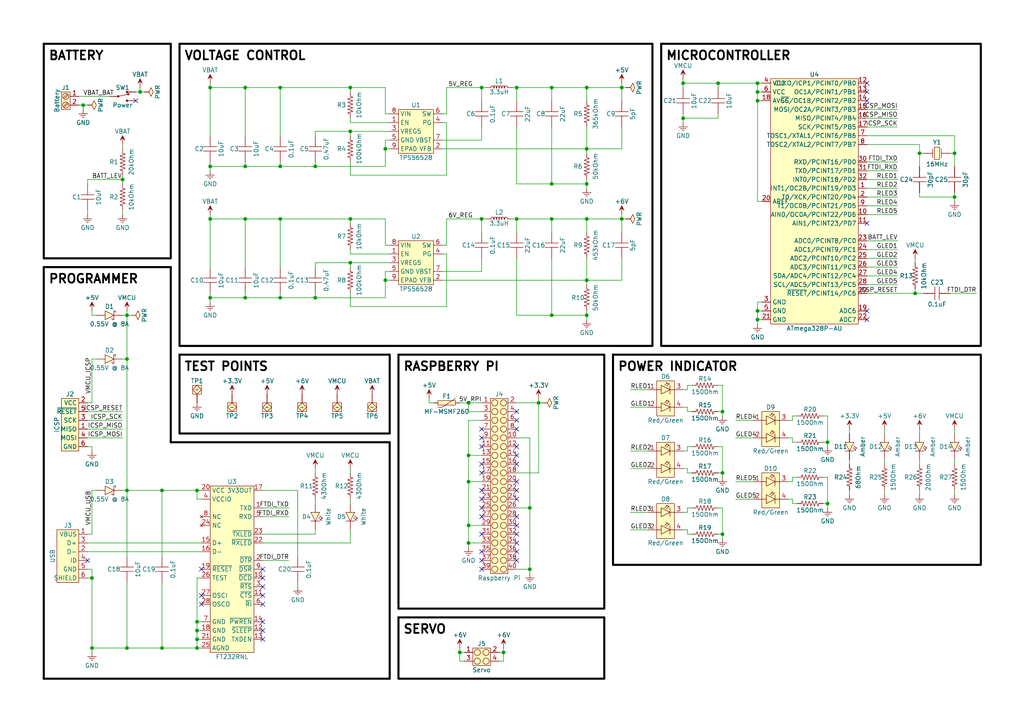
<source format=kicad_sch>
(kicad_sch (version 20230121) (generator eeschema)
  (paper "A4")
  (title_block (title "CARL Air Brake Power Supply") (date "8.12.2023") (rev "1") (company "Space Team Aachen e.V."))
  (junction (at 60.96 86.36))
  (junction (at 57.15 182.88))
  (junction (at 219.71 90.17))
  (junction (at 36.83 91.44))
  (junction (at 198.12 24.13))
  (junction (at 135.89 132.08))
  (junction (at 149.86 63.5))
  (junction (at 156.21 116.84))
  (junction (at 71.12 25.4))
  (junction (at 219.71 26.67))
  (junction (at 60.96 25.4))
  (junction (at 170.18 43.18))
  (junction (at 276.86 44.45))
  (junction (at 146.05 189.23))
  (junction (at 40.64 26.67))
  (junction (at 57.15 187.96))
  (junction (at 26.67 187.96))
  (junction (at 133.35 189.23))
  (junction (at 36.83 187.96))
  (junction (at 170.18 25.4))
  (junction (at 46.99 142.24))
  (junction (at 36.83 142.24))
  (junction (at 139.7 25.4))
  (junction (at 135.89 152.4))
  (junction (at 101.6 25.4))
  (junction (at 60.96 63.5))
  (junction (at 139.7 63.5))
  (junction (at 101.6 38.1))
  (junction (at 60.96 48.26))
  (junction (at 160.02 63.5))
  (junction (at 240.03 146.05))
  (junction (at 170.18 63.5))
  (junction (at 57.15 185.42))
  (junction (at 101.6 76.2))
  (junction (at 135.89 139.7))
  (junction (at 71.12 86.36))
  (junction (at 36.83 104.14))
  (junction (at 71.12 63.5))
  (junction (at 209.55 119.38))
  (junction (at 46.99 187.96))
  (junction (at 160.02 91.44))
  (junction (at 135.89 157.48))
  (junction (at 160.02 53.34))
  (junction (at 91.44 48.26))
  (junction (at 160.02 25.4))
  (junction (at 81.28 86.36))
  (junction (at 180.34 63.5))
  (junction (at 170.18 91.44))
  (junction (at 149.86 25.4))
  (junction (at 135.89 116.84))
  (junction (at 24.13 30.48))
  (junction (at 265.43 85.09))
  (junction (at 81.28 25.4))
  (junction (at 57.15 180.34))
  (junction (at 180.34 25.4))
  (junction (at 170.18 81.28))
  (junction (at 209.55 137.16))
  (junction (at 35.56 52.07))
  (junction (at 71.12 48.26))
  (junction (at 101.6 63.5))
  (junction (at 81.28 63.5))
  (junction (at 153.67 147.32))
  (junction (at 209.55 154.94))
  (junction (at 198.12 34.29))
  (junction (at 219.71 29.21))
  (junction (at 219.71 24.13))
  (junction (at 276.86 57.15))
  (junction (at 240.03 128.27))
  (junction (at 266.7 44.45))
  (junction (at 57.15 142.24))
  (junction (at 219.71 92.71))
  (junction (at 208.28 24.13))
  (junction (at 111.76 81.28))
  (junction (at 81.28 48.26))
  (junction (at 91.44 86.36))
  (junction (at 111.76 43.18))
  (junction (at 153.67 165.1))
  (junction (at 170.18 53.34))
  (junction (at 26.67 167.64))
  (no_connect (at 149.86 119.38))
  (no_connect (at 58.42 172.72))
  (no_connect (at 251.46 64.77))
  (no_connect (at 76.2 182.88))
  (no_connect (at 149.86 132.08))
  (no_connect (at 25.4 162.56))
  (no_connect (at 139.7 160.02))
  (no_connect (at 76.2 180.34))
  (no_connect (at 139.7 124.46))
  (no_connect (at 76.2 170.18))
  (no_connect (at 139.7 134.62))
  (no_connect (at 149.86 157.48))
  (no_connect (at 76.2 185.42))
  (no_connect (at 149.86 160.02))
  (no_connect (at 251.46 90.17))
  (no_connect (at 58.42 175.26))
  (no_connect (at 251.46 24.13))
  (no_connect (at 251.46 92.71))
  (no_connect (at 149.86 154.94))
  (no_connect (at 139.7 127))
  (no_connect (at 139.7 149.86))
  (no_connect (at 149.86 139.7))
  (no_connect (at 76.2 167.64))
  (no_connect (at 139.7 137.16))
  (no_connect (at 39.37 29.21))
  (no_connect (at 149.86 162.56))
  (no_connect (at 251.46 29.21))
  (no_connect (at 58.42 165.1))
  (no_connect (at 139.7 142.24))
  (no_connect (at 149.86 121.92))
  (no_connect (at 149.86 134.62))
  (no_connect (at 251.46 26.67))
  (no_connect (at 149.86 142.24))
  (no_connect (at 76.2 175.26))
  (no_connect (at 139.7 162.56))
  (no_connect (at 149.86 129.54))
  (no_connect (at 139.7 144.78))
  (no_connect (at 76.2 172.72))
  (no_connect (at 149.86 144.78))
  (no_connect (at 149.86 152.4))
  (no_connect (at 76.2 165.1))
  (no_connect (at 149.86 124.46))
  (no_connect (at 139.7 129.54))
  (no_connect (at 139.7 165.1))
  (no_connect (at 139.7 147.32))
  (no_connect (at 149.86 149.86))
  (no_connect (at 139.7 154.94))
  (wire (pts (xy 198.12 135.89) (xy 199.39 135.89)))
  (wire (pts (xy 213.36 144.78) (xy 218.44 144.78)))
  (polyline (pts (xy 49.53 77.47) (xy 49.53 128.27)) (stroke (width 0.6) (type solid) (color 0 0 0 1)))
  (wire (pts (xy 139.7 63.5) (xy 140.97 63.5)))
  (wire (pts (xy 251.46 46.99) (xy 260.35 46.99)))
  (wire (pts (xy 199.39 148.59) (xy 199.39 147.32)))
  (wire (pts (xy 198.12 25.4) (xy 198.12 24.13)))
  (wire (pts (xy 135.89 152.4) (xy 139.7 152.4)))
  (wire (pts (xy 199.39 118.11) (xy 199.39 119.38)))
  (wire (pts (xy 148.59 25.4) (xy 149.86 25.4)))
  (wire (pts (xy 60.96 86.36) (xy 60.96 85.09)))
  (wire (pts (xy 27.94 104.14) (xy 26.67 104.14)))
  (wire (pts (xy 208.28 129.54) (xy 209.55 129.54)))
  (wire (pts (xy 251.46 62.23) (xy 260.35 62.23)))
  (wire (pts (xy 238.76 138.43) (xy 240.03 138.43)))
  (wire (pts (xy 265.43 85.09) (xy 267.97 85.09)))
  (wire (pts (xy 170.18 81.28) (xy 170.18 82.55)))
  (polyline (pts (xy 12.7 77.47) (xy 49.53 77.47)) (stroke (width 0.6) (type solid) (color 0 0 0 1)))
  (wire (pts (xy 144.78 189.23) (xy 146.05 189.23)))
  (wire (pts (xy 266.7 57.15) (xy 276.86 57.15)))
  (wire (pts (xy 170.18 43.18) (xy 170.18 44.45)))
  (wire (pts (xy 139.7 40.64) (xy 139.7 36.83)))
  (wire (pts (xy 60.96 63.5) (xy 60.96 77.47)))
  (wire (pts (xy 81.28 25.4) (xy 71.12 25.4)))
  (wire (pts (xy 198.12 118.11) (xy 199.39 118.11)))
  (wire (pts (xy 246.38 133.35) (xy 246.38 134.62)))
  (wire (pts (xy 133.35 189.23) (xy 134.62 189.23)))
  (wire (pts (xy 46.99 187.96) (xy 57.15 187.96)))
  (wire (pts (xy 170.18 25.4) (xy 180.34 25.4)))
  (wire (pts (xy 139.7 25.4) (xy 140.97 25.4)))
  (wire (pts (xy 57.15 167.64) (xy 57.15 180.34)))
  (wire (pts (xy 35.56 52.07) (xy 35.56 53.34)))
  (wire (pts (xy 139.7 121.92) (xy 135.89 121.92)))
  (wire (pts (xy 111.76 81.28) (xy 113.03 81.28)))
  (wire (pts (xy 213.36 121.92) (xy 218.44 121.92)))
  (wire (pts (xy 219.71 29.21) (xy 220.98 29.21)))
  (wire (pts (xy 170.18 63.5) (xy 180.34 63.5)))
  (wire (pts (xy 111.76 33.02) (xy 113.03 33.02)))
  (wire (pts (xy 228.6 139.7) (xy 229.87 139.7)))
  (wire (pts (xy 153.67 165.1) (xy 153.67 166.37)))
  (wire (pts (xy 40.64 26.67) (xy 41.91 26.67)))
  (wire (pts (xy 91.44 154.94) (xy 91.44 153.67)))
  (wire (pts (xy 129.54 35.56) (xy 128.27 35.56)))
  (wire (pts (xy 57.15 182.88) (xy 57.15 185.42)))
  (wire (pts (xy 129.54 25.4) (xy 139.7 25.4)))
  (wire (pts (xy 133.35 187.96) (xy 133.35 189.23)))
  (wire (pts (xy 170.18 91.44) (xy 160.02 91.44)))
  (wire (pts (xy 91.44 48.26) (xy 81.28 48.26)))
  (wire (pts (xy 276.86 124.46) (xy 276.86 125.73)))
  (wire (pts (xy 36.83 168.91) (xy 36.83 187.96)))
  (wire (pts (xy 26.67 167.64) (xy 26.67 187.96)))
  (wire (pts (xy 91.44 76.2) (xy 91.44 77.47)))
  (wire (pts (xy 213.36 127) (xy 218.44 127)))
  (wire (pts (xy 266.7 55.88) (xy 266.7 57.15)))
  (wire (pts (xy 36.83 142.24) (xy 46.99 142.24)))
  (wire (pts (xy 26.67 129.54) (xy 26.67 130.81)))
  (wire (pts (xy 209.55 137.16) (xy 209.55 138.43)))
  (wire (pts (xy 213.36 139.7) (xy 218.44 139.7)))
  (wire (pts (xy 182.88 118.11) (xy 187.96 118.11)))
  (wire (pts (xy 251.46 77.47) (xy 260.35 77.47)))
  (wire (pts (xy 170.18 25.4) (xy 170.18 29.21)))
  (wire (pts (xy 26.67 187.96) (xy 36.83 187.96)))
  (wire (pts (xy 170.18 63.5) (xy 170.18 67.31)))
  (wire (pts (xy 199.39 147.32) (xy 200.66 147.32)))
  (wire (pts (xy 111.76 48.26) (xy 111.76 43.18)))
  (wire (pts (xy 229.87 128.27) (xy 231.14 128.27)))
  (wire (pts (xy 91.44 86.36) (xy 81.28 86.36)))
  (wire (pts (xy 135.89 132.08) (xy 135.89 139.7)))
  (wire (pts (xy 219.71 92.71) (xy 220.98 92.71)))
  (wire (pts (xy 101.6 38.1) (xy 91.44 38.1)))
  (wire (pts (xy 276.86 142.24) (xy 276.86 143.51)))
  (wire (pts (xy 153.67 147.32) (xy 153.67 165.1)))
  (wire (pts (xy 91.44 144.78) (xy 91.44 146.05)))
  (wire (pts (xy 101.6 157.48) (xy 101.6 153.67)))
  (wire (pts (xy 182.88 130.81) (xy 187.96 130.81)))
  (wire (pts (xy 240.03 138.43) (xy 240.03 146.05)))
  (wire (pts (xy 240.03 146.05) (xy 238.76 146.05)))
  (wire (pts (xy 60.96 48.26) (xy 60.96 46.99)))
  (wire (pts (xy 25.4 52.07) (xy 25.4 53.34)))
  (wire (pts (xy 101.6 50.8) (xy 129.54 50.8)))
  (wire (pts (xy 128.27 40.64) (xy 139.7 40.64)))
  (wire (pts (xy 182.88 113.03) (xy 187.96 113.03)))
  (wire (pts (xy 26.67 116.84) (xy 25.4 116.84)))
  (wire (pts (xy 35.56 60.96) (xy 35.56 62.23)))
  (wire (pts (xy 276.86 133.35) (xy 276.86 134.62)))
  (wire (pts (xy 128.27 71.12) (xy 129.54 71.12)))
  (wire (pts (xy 57.15 142.24) (xy 58.42 142.24)))
  (wire (pts (xy 251.46 69.85) (xy 260.35 69.85)))
  (wire (pts (xy 60.96 48.26) (xy 60.96 49.53)))
  (wire (pts (xy 246.38 142.24) (xy 246.38 143.51)))
  (wire (pts (xy 133.35 116.84) (xy 135.89 116.84)))
  (wire (pts (xy 265.43 74.93) (xy 265.43 76.2)))
  (wire (pts (xy 139.7 78.74) (xy 139.7 74.93)))
  (wire (pts (xy 135.89 157.48) (xy 139.7 157.48)))
  (wire (pts (xy 160.02 63.5) (xy 160.02 67.31)))
  (wire (pts (xy 251.46 49.53) (xy 260.35 49.53)))
  (wire (pts (xy 129.54 71.12) (xy 129.54 63.5)))
  (wire (pts (xy 35.56 50.8) (xy 35.56 52.07)))
  (wire (pts (xy 139.7 116.84) (xy 135.89 116.84)))
  (wire (pts (xy 25.4 121.92) (xy 35.56 121.92)))
  (wire (pts (xy 86.36 142.24) (xy 86.36 161.29)))
  (wire (pts (xy 180.34 36.83) (xy 180.34 43.18)))
  (polyline (pts (xy 113.03 128.27) (xy 113.03 196.85)) (stroke (width 0.6) (type solid) (color 0 0 0 1)))
  (wire (pts (xy 266.7 124.46) (xy 266.7 125.73)))
  (wire (pts (xy 60.96 86.36) (xy 60.96 87.63)))
  (wire (pts (xy 22.86 30.48) (xy 24.13 30.48)))
  (wire (pts (xy 76.2 149.86) (xy 83.82 149.86)))
  (wire (pts (xy 160.02 25.4) (xy 170.18 25.4)))
  (wire (pts (xy 219.71 58.42) (xy 220.98 58.42)))
  (wire (pts (xy 251.46 85.09) (xy 265.43 85.09)))
  (wire (pts (xy 219.71 24.13) (xy 219.71 26.67)))
  (wire (pts (xy 26.67 187.96) (xy 26.67 189.23)))
  (wire (pts (xy 57.15 185.42) (xy 57.15 187.96)))
  (wire (pts (xy 199.39 113.03) (xy 199.39 111.76)))
  (wire (pts (xy 58.42 180.34) (xy 57.15 180.34)))
  (wire (pts (xy 276.86 44.45) (xy 276.86 48.26)))
  (wire (pts (xy 124.46 115.57) (xy 124.46 116.84)))
  (wire (pts (xy 101.6 38.1) (xy 101.6 39.37)))
  (wire (pts (xy 199.39 111.76) (xy 200.66 111.76)))
  (wire (pts (xy 182.88 153.67) (xy 187.96 153.67)))
  (wire (pts (xy 156.21 115.57) (xy 156.21 116.84)))
  (wire (pts (xy 170.18 52.07) (xy 170.18 53.34)))
  (wire (pts (xy 25.4 60.96) (xy 25.4 62.23)))
  (wire (pts (xy 81.28 85.09) (xy 81.28 86.36)))
  (wire (pts (xy 208.28 147.32) (xy 209.55 147.32)))
  (wire (pts (xy 71.12 63.5) (xy 71.12 77.47)))
  (wire (pts (xy 135.89 139.7) (xy 135.89 152.4)))
  (wire (pts (xy 36.83 142.24) (xy 36.83 161.29)))
  (wire (pts (xy 170.18 36.83) (xy 170.18 43.18)))
  (wire (pts (xy 25.4 129.54) (xy 26.67 129.54)))
  (wire (pts (xy 180.34 62.23) (xy 180.34 63.5)))
  (wire (pts (xy 133.35 189.23) (xy 133.35 191.77)))
  (wire (pts (xy 160.02 53.34) (xy 149.86 53.34)))
  (wire (pts (xy 26.67 142.24) (xy 26.67 154.94)))
  (wire (pts (xy 146.05 187.96) (xy 146.05 189.23)))
  (wire (pts (xy 57.15 185.42) (xy 58.42 185.42)))
  (wire (pts (xy 71.12 85.09) (xy 71.12 86.36)))
  (wire (pts (xy 238.76 120.65) (xy 240.03 120.65)))
  (wire (pts (xy 36.83 104.14) (xy 36.83 142.24)))
  (wire (pts (xy 135.89 116.84) (xy 135.89 119.38)))
  (wire (pts (xy 46.99 142.24) (xy 46.99 161.29)))
  (wire (pts (xy 180.34 63.5) (xy 181.61 63.5)))
  (wire (pts (xy 58.42 167.64) (xy 57.15 167.64)))
  (wire (pts (xy 251.46 54.61) (xy 260.35 54.61)))
  (wire (pts (xy 170.18 91.44) (xy 170.18 92.71)))
  (wire (pts (xy 25.4 157.48) (xy 58.42 157.48)))
  (wire (pts (xy 81.28 63.5) (xy 81.28 77.47)))
  (wire (pts (xy 39.37 26.67) (xy 40.64 26.67)))
  (wire (pts (xy 36.83 91.44) (xy 36.83 104.14)))
  (wire (pts (xy 170.18 74.93) (xy 170.18 81.28)))
  (wire (pts (xy 71.12 86.36) (xy 60.96 86.36)))
  (wire (pts (xy 101.6 34.29) (xy 101.6 35.56)))
  (wire (pts (xy 208.28 24.13) (xy 219.71 24.13)))
  (wire (pts (xy 26.67 90.17) (xy 26.67 91.44)))
  (wire (pts (xy 101.6 76.2) (xy 91.44 76.2)))
  (wire (pts (xy 228.6 121.92) (xy 229.87 121.92)))
  (wire (pts (xy 25.4 160.02) (xy 58.42 160.02)))
  (wire (pts (xy 219.71 26.67) (xy 220.98 26.67)))
  (wire (pts (xy 76.2 162.56) (xy 83.82 162.56)))
  (wire (pts (xy 111.76 78.74) (xy 111.76 81.28)))
  (polyline (pts (xy 113.03 196.85) (xy 12.7 196.85)) (stroke (width 0.6) (type solid) (color 0 0 0 1)))
  (wire (pts (xy 265.43 83.82) (xy 265.43 85.09)))
  (wire (pts (xy 57.15 187.96) (xy 58.42 187.96)))
  (wire (pts (xy 101.6 88.9) (xy 129.54 88.9)))
  (wire (pts (xy 208.28 24.13) (xy 208.28 25.4)))
  (wire (pts (xy 91.44 85.09) (xy 91.44 86.36)))
  (wire (pts (xy 256.54 124.46) (xy 256.54 125.73)))
  (wire (pts (xy 101.6 25.4) (xy 101.6 26.67)))
  (wire (pts (xy 209.55 129.54) (xy 209.55 137.16)))
  (wire (pts (xy 71.12 48.26) (xy 60.96 48.26)))
  (wire (pts (xy 149.86 116.84) (xy 156.21 116.84)))
  (wire (pts (xy 251.46 31.75) (xy 260.35 31.75)))
  (wire (pts (xy 71.12 63.5) (xy 60.96 63.5)))
  (wire (pts (xy 139.7 63.5) (xy 139.7 67.31)))
  (wire (pts (xy 40.64 25.4) (xy 40.64 26.67)))
  (wire (pts (xy 228.6 144.78) (xy 229.87 144.78)))
  (wire (pts (xy 198.12 34.29) (xy 208.28 34.29)))
  (wire (pts (xy 220.98 24.13) (xy 219.71 24.13)))
  (wire (pts (xy 26.67 167.64) (xy 25.4 167.64)))
  (wire (pts (xy 71.12 46.99) (xy 71.12 48.26)))
  (wire (pts (xy 149.86 63.5) (xy 149.86 67.31)))
  (wire (pts (xy 146.05 189.23) (xy 146.05 191.77)))
  (wire (pts (xy 57.15 180.34) (xy 57.15 182.88)))
  (wire (pts (xy 198.12 113.03) (xy 199.39 113.03)))
  (wire (pts (xy 153.67 165.1) (xy 149.86 165.1)))
  (wire (pts (xy 25.4 165.1) (xy 26.67 165.1)))
  (wire (pts (xy 35.56 41.91) (xy 35.56 43.18)))
  (wire (pts (xy 219.71 29.21) (xy 219.71 58.42)))
  (wire (pts (xy 240.03 128.27) (xy 240.03 129.54)))
  (wire (pts (xy 170.18 81.28) (xy 128.27 81.28)))
  (polyline (pts (xy 12.7 77.47) (xy 12.7 196.85)) (stroke (width 0.6) (type solid) (color 0 0 0 1)))
  (wire (pts (xy 170.18 90.17) (xy 170.18 91.44)))
  (wire (pts (xy 36.83 90.17) (xy 36.83 91.44)))
  (wire (pts (xy 160.02 91.44) (xy 149.86 91.44)))
  (wire (pts (xy 76.2 157.48) (xy 101.6 157.48)))
  (wire (pts (xy 198.12 24.13) (xy 208.28 24.13)))
  (wire (pts (xy 101.6 25.4) (xy 81.28 25.4)))
  (wire (pts (xy 229.87 139.7) (xy 229.87 138.43)))
  (wire (pts (xy 219.71 90.17) (xy 220.98 90.17)))
  (wire (pts (xy 251.46 36.83) (xy 260.35 36.83)))
  (wire (pts (xy 57.15 144.78) (xy 57.15 142.24)))
  (wire (pts (xy 101.6 63.5) (xy 101.6 64.77)))
  (wire (pts (xy 111.76 63.5) (xy 111.76 71.12)))
  (wire (pts (xy 156.21 116.84) (xy 157.48 116.84)))
  (wire (pts (xy 209.55 119.38) (xy 208.28 119.38)))
  (wire (pts (xy 71.12 25.4) (xy 71.12 39.37)))
  (wire (pts (xy 251.46 57.15) (xy 260.35 57.15)))
  (wire (pts (xy 276.86 57.15) (xy 276.86 58.42)))
  (wire (pts (xy 219.71 90.17) (xy 219.71 87.63)))
  (wire (pts (xy 111.76 25.4) (xy 101.6 25.4)))
  (wire (pts (xy 198.12 34.29) (xy 198.12 35.56)))
  (wire (pts (xy 251.46 39.37) (xy 276.86 39.37)))
  (wire (pts (xy 153.67 127) (xy 153.67 147.32)))
  (wire (pts (xy 113.03 76.2) (xy 101.6 76.2)))
  (polyline (pts (xy 49.53 128.27) (xy 113.03 128.27)) (stroke (width 0.6) (type solid) (color 0 0 0 1)))
  (wire (pts (xy 26.67 91.44) (xy 27.94 91.44)))
  (wire (pts (xy 111.76 25.4) (xy 111.76 33.02)))
  (wire (pts (xy 240.03 128.27) (xy 238.76 128.27)))
  (wire (pts (xy 146.05 191.77) (xy 144.78 191.77)))
  (wire (pts (xy 160.02 25.4) (xy 160.02 29.21)))
  (wire (pts (xy 240.03 120.65) (xy 240.03 128.27)))
  (wire (pts (xy 180.34 43.18) (xy 170.18 43.18)))
  (wire (pts (xy 26.67 165.1) (xy 26.67 167.64)))
  (wire (pts (xy 209.55 137.16) (xy 208.28 137.16)))
  (wire (pts (xy 149.86 91.44) (xy 149.86 74.93)))
  (wire (pts (xy 111.76 43.18) (xy 113.03 43.18)))
  (wire (pts (xy 266.7 41.91) (xy 266.7 44.45)))
  (wire (pts (xy 251.46 74.93) (xy 260.35 74.93)))
  (wire (pts (xy 219.71 26.67) (xy 219.71 29.21)))
  (wire (pts (xy 180.34 24.13) (xy 180.34 25.4)))
  (wire (pts (xy 135.89 121.92) (xy 135.89 132.08)))
  (wire (pts (xy 229.87 127) (xy 229.87 128.27)))
  (wire (pts (xy 160.02 74.93) (xy 160.02 91.44)))
  (wire (pts (xy 26.67 104.14) (xy 26.67 116.84)))
  (wire (pts (xy 149.86 25.4) (xy 149.86 29.21)))
  (wire (pts (xy 156.21 137.16) (xy 149.86 137.16)))
  (wire (pts (xy 199.39 129.54) (xy 200.66 129.54)))
  (wire (pts (xy 180.34 25.4) (xy 180.34 29.21)))
  (wire (pts (xy 229.87 138.43) (xy 231.14 138.43)))
  (wire (pts (xy 76.2 147.32) (xy 83.82 147.32)))
  (wire (pts (xy 209.55 119.38) (xy 209.55 120.65)))
  (wire (pts (xy 135.89 139.7) (xy 139.7 139.7)))
  (wire (pts (xy 135.89 152.4) (xy 135.89 157.48)))
  (wire (pts (xy 133.35 191.77) (xy 134.62 191.77)))
  (wire (pts (xy 256.54 142.24) (xy 256.54 143.51)))
  (wire (pts (xy 111.76 86.36) (xy 111.76 81.28)))
  (wire (pts (xy 266.7 142.24) (xy 266.7 143.51)))
  (wire (pts (xy 81.28 86.36) (xy 71.12 86.36)))
  (wire (pts (xy 128.27 78.74) (xy 139.7 78.74)))
  (wire (pts (xy 275.59 44.45) (xy 276.86 44.45)))
  (wire (pts (xy 81.28 63.5) (xy 71.12 63.5)))
  (wire (pts (xy 135.89 132.08) (xy 139.7 132.08)))
  (wire (pts (xy 24.13 30.48) (xy 24.13 31.75)))
  (wire (pts (xy 101.6 144.78) (xy 101.6 146.05)))
  (wire (pts (xy 229.87 120.65) (xy 231.14 120.65)))
  (wire (pts (xy 101.6 35.56) (xy 113.03 35.56)))
  (wire (pts (xy 58.42 144.78) (xy 57.15 144.78)))
  (wire (pts (xy 24.13 30.48) (xy 25.4 30.48)))
  (wire (pts (xy 60.96 24.13) (xy 60.96 25.4)))
  (wire (pts (xy 219.71 92.71) (xy 219.71 90.17)))
  (wire (pts (xy 153.67 147.32) (xy 149.86 147.32)))
  (wire (pts (xy 229.87 121.92) (xy 229.87 120.65)))
  (wire (pts (xy 76.2 154.94) (xy 91.44 154.94)))
  (wire (pts (xy 170.18 43.18) (xy 128.27 43.18)))
  (wire (pts (xy 101.6 73.66) (xy 113.03 73.66)))
  (wire (pts (xy 36.83 187.96) (xy 46.99 187.96)))
  (wire (pts (xy 198.12 130.81) (xy 199.39 130.81)))
  (wire (pts (xy 160.02 63.5) (xy 170.18 63.5)))
  (wire (pts (xy 111.76 71.12) (xy 113.03 71.12)))
  (wire (pts (xy 129.54 50.8) (xy 129.54 35.56)))
  (wire (pts (xy 180.34 81.28) (xy 170.18 81.28)))
  (wire (pts (xy 25.4 127) (xy 35.56 127)))
  (wire (pts (xy 156.21 116.84) (xy 156.21 137.16)))
  (wire (pts (xy 276.86 39.37) (xy 276.86 44.45)))
  (wire (pts (xy 180.34 63.5) (xy 180.34 67.31)))
  (wire (pts (xy 101.6 63.5) (xy 81.28 63.5)))
  (wire (pts (xy 27.94 142.24) (xy 26.67 142.24)))
  (wire (pts (xy 101.6 46.99) (xy 101.6 50.8)))
  (wire (pts (xy 26.67 154.94) (xy 25.4 154.94)))
  (wire (pts (xy 124.46 116.84) (xy 125.73 116.84)))
  (wire (pts (xy 46.99 168.91) (xy 46.99 187.96)))
  (wire (pts (xy 198.12 33.02) (xy 198.12 34.29)))
  (wire (pts (xy 36.83 104.14) (xy 35.56 104.14)))
  (wire (pts (xy 111.76 63.5) (xy 101.6 63.5)))
  (wire (pts (xy 71.12 25.4) (xy 60.96 25.4)))
  (wire (pts (xy 275.59 85.09) (xy 283.21 85.09)))
  (wire (pts (xy 81.28 48.26) (xy 71.12 48.26)))
  (wire (pts (xy 149.86 63.5) (xy 160.02 63.5)))
  (wire (pts (xy 276.86 57.15) (xy 276.86 55.88)))
  (wire (pts (xy 266.7 44.45) (xy 266.7 48.26)))
  (wire (pts (xy 149.86 53.34) (xy 149.86 36.83)))
  (wire (pts (xy 209.55 147.32) (xy 209.55 154.94)))
  (wire (pts (xy 198.12 153.67) (xy 199.39 153.67)))
  (wire (pts (xy 60.96 62.23) (xy 60.96 63.5)))
  (wire (pts (xy 139.7 25.4) (xy 139.7 29.21)))
  (wire (pts (xy 251.46 72.39) (xy 260.35 72.39)))
  (wire (pts (xy 251.46 41.91) (xy 266.7 41.91)))
  (wire (pts (xy 256.54 133.35) (xy 256.54 134.62)))
  (wire (pts (xy 86.36 168.91) (xy 86.36 170.18)))
  (wire (pts (xy 198.12 148.59) (xy 199.39 148.59)))
  (wire (pts (xy 199.39 137.16) (xy 200.66 137.16)))
  (wire (pts (xy 180.34 74.93) (xy 180.34 81.28)))
  (wire (pts (xy 180.34 25.4) (xy 181.61 25.4)))
  (wire (pts (xy 209.55 154.94) (xy 209.55 156.21)))
  (wire (pts (xy 198.12 22.86) (xy 198.12 24.13)))
  (wire (pts (xy 266.7 133.35) (xy 266.7 134.62)))
  (wire (pts (xy 101.6 135.89) (xy 101.6 137.16)))
  (wire (pts (xy 101.6 85.09) (xy 101.6 88.9)))
  (wire (pts (xy 101.6 76.2) (xy 101.6 77.47)))
  (wire (pts (xy 129.54 63.5) (xy 139.7 63.5)))
  (wire (pts (xy 60.96 25.4) (xy 60.96 39.37)))
  (wire (pts (xy 113.03 40.64) (xy 111.76 40.64)))
  (wire (pts (xy 251.46 80.01) (xy 260.35 80.01)))
  (wire (pts (xy 35.56 91.44) (xy 36.83 91.44)))
  (wire (pts (xy 36.83 142.24) (xy 35.56 142.24)))
  (wire (pts (xy 251.46 59.69) (xy 260.35 59.69)))
  (wire (pts (xy 208.28 111.76) (xy 209.55 111.76)))
  (wire (pts (xy 25.4 119.38) (xy 35.56 119.38)))
  (wire (pts (xy 170.18 53.34) (xy 160.02 53.34)))
  (wire (pts (xy 129.54 33.02) (xy 129.54 25.4)))
  (wire (pts (xy 229.87 144.78) (xy 229.87 146.05)))
  (wire (pts (xy 208.28 34.29) (xy 208.28 33.02)))
  (wire (pts (xy 35.56 52.07) (xy 25.4 52.07)))
  (wire (pts (xy 113.03 78.74) (xy 111.76 78.74)))
  (wire (pts (xy 25.4 124.46) (xy 35.56 124.46)))
  (wire (pts (xy 135.89 119.38) (xy 139.7 119.38)))
  (wire (pts (xy 22.86 27.94) (xy 31.75 27.94)))
  (wire (pts (xy 209.55 111.76) (xy 209.55 119.38)))
  (wire (pts (xy 149.86 25.4) (xy 160.02 25.4)))
  (wire (pts (xy 129.54 88.9) (xy 129.54 73.66)))
  (wire (pts (xy 219.71 87.63) (xy 220.98 87.63)))
  (wire (pts (xy 251.46 82.55) (xy 260.35 82.55)))
  (wire (pts (xy 182.88 135.89) (xy 187.96 135.89)))
  (wire (pts (xy 101.6 72.39) (xy 101.6 73.66)))
  (wire (pts (xy 199.39 119.38) (xy 200.66 119.38)))
  (wire (pts (xy 91.44 46.99) (xy 91.44 48.26)))
  (wire (pts (xy 149.86 127) (xy 153.67 127)))
  (wire (pts (xy 46.99 142.24) (xy 57.15 142.24)))
  (wire (pts (xy 209.55 154.94) (xy 208.28 154.94)))
  (wire (pts (xy 160.02 36.83) (xy 160.02 53.34)))
  (wire (pts (xy 246.38 124.46) (xy 246.38 125.73)))
  (wire (pts (xy 129.54 73.66) (xy 128.27 73.66)))
  (wire (pts (xy 251.46 34.29) (xy 260.35 34.29)))
  (wire (pts (xy 91.44 48.26) (xy 111.76 48.26)))
  (wire (pts (xy 135.89 157.48) (xy 135.89 158.75)))
  (wire (pts (xy 229.87 146.05) (xy 231.14 146.05)))
  (wire (pts (xy 148.59 63.5) (xy 149.86 63.5)))
  (wire (pts (xy 240.03 146.05) (xy 240.03 147.32)))
  (wire (pts (xy 36.83 91.44) (xy 38.1 91.44)))
  (wire (pts (xy 199.39 135.89) (xy 199.39 137.16)))
  (wire (pts (xy 182.88 148.59) (xy 187.96 148.59)))
  (wire (pts (xy 170.18 53.34) (xy 170.18 54.61)))
  (wire (pts (xy 251.46 52.07) (xy 260.35 52.07)))
  (wire (pts (xy 113.03 38.1) (xy 101.6 38.1)))
  (wire (pts (xy 111.76 40.64) (xy 111.76 43.18)))
  (wire (pts (xy 76.2 142.24) (xy 86.36 142.24)))
  (wire (pts (xy 81.28 25.4) (xy 81.28 39.37)))
  (wire (pts (xy 57.15 182.88) (xy 58.42 182.88)))
  (wire (pts (xy 91.44 86.36) (xy 111.76 86.36)))
  (wire (pts (xy 199.39 130.81) (xy 199.39 129.54)))
  (wire (pts (xy 91.44 38.1) (xy 91.44 39.37)))
  (wire (pts (xy 128.27 33.02) (xy 129.54 33.02)))
  (wire (pts (xy 219.71 93.98) (xy 219.71 92.71)))
  (wire (pts (xy 199.39 153.67) (xy 199.39 154.94)))
  (wire (pts (xy 81.28 46.99) (xy 81.28 48.26)))
  (wire (pts (xy 91.44 135.89) (xy 91.44 137.16)))
  (wire (pts (xy 266.7 44.45) (xy 267.97 44.45)))
  (wire (pts (xy 228.6 127) (xy 229.87 127)))
  (wire (pts (xy 199.39 154.94) (xy 200.66 154.94)))
  (rectangle (start 115.57 179.07) (end 175.26 196.85) (stroke (width 0.6) (color 0 0 0 1)))
  (rectangle (start 12.7 12.7) (end 49.53 74.93) (stroke (width 0.6) (color 0 0 0 1)))
  (rectangle (start 52.07 102.87) (end 113.03 125.73) (stroke (width 0.6) (color 0 0 0 1)))
  (rectangle (start 177.8 102.87) (end 284.48 163.83) (stroke (width 0.6) (color 0 0 0 1)))
  (rectangle (start 52.07 12.7) (end 189.23 100.33) (stroke (width 0.6) (color 0 0 0 1)))
  (rectangle (start 191.77 12.7) (end 284.48 100.33) (stroke (width 0.6) (color 0 0 0 1)))
  (rectangle (start 115.57 102.87) (end 175.26 176.53) (stroke (width 0.6) (color 0 0 0 1)))
  (text "BATTERY" (at 13.97 17.78 0) (effects (font (size 2.54 2.54) (thickness 0.508) bold) (justify left bottom)))
  (text "MICROCONTROLLER" (at 193.04 17.78 0) (effects (font (size 2.54 2.54) (thickness 0.508) bold) (justify left bottom)))
  (text "TEST POINTS" (at 53.34 107.95 0) (effects (font (size 2.54 2.54) (thickness 0.508) bold) (justify left bottom)))
  (text "RASPBERRY PI" (at 116.84 107.95 0) (effects (font (size 2.54 2.54) (thickness 0.508) bold) (justify left bottom)))
  (text "PROGRAMMER" (at 13.97 82.55 0) (effects (font (size 2.54 2.54) (thickness 0.508) bold) (justify left bottom)))
  (text "POWER INDICATOR" (at 179.07 107.95 0) (effects (font (size 2.54 2.54) (thickness 0.508) bold) (justify left bottom)))
  (text "SERVO" (at 116.84 184.15 0) (effects (font (size 2.54 2.54) (thickness 0.508) bold) (justify left bottom)))
  (text "VOLTAGE CONTROL" (at 53.34 17.78 0) (effects (font (size 2.54 2.54) (thickness 0.508) bold) (justify left bottom)))
  (label "GLED5" (at 260.35 82.55 180))
  (label "5V_RPI" (at 139.7 116.84 180))
  (label "RLED5" (at 213.36 139.7 0))
  (label "5V_REG" (at 137.16 25.4 180))
  (label "RLED3" (at 260.35 57.15 180))
  (label "BATT_LEV" (at 260.35 69.85 180))
  (label "RLED1" (at 182.88 113.03 0))
  (label "ICSP_SCK" (at 260.35 36.83 180))
  (label "GLED2" (at 260.35 74.93 180))
  (label "VMCU_ICSP" (at 26.67 114.3 90))
  (label "BATT_LEV" (at 26.67 52.07 0))
  (label "VBAT_BAT" (at 24.13 27.94 0))
  (label "RLED4" (at 213.36 121.92 0))
  (label "RLED3" (at 182.88 148.59 0))
  (label "FTDI_RXD" (at 83.82 149.86 180))
  (label "VMCU_USB" (at 26.67 152.4 90))
  (label "RLED2" (at 260.35 54.61 180))
  (label "ICSP_MISO" (at 260.35 34.29 180))
  (label "FTDI_DTR" (at 83.82 162.56 180))
  (label "RLED1" (at 260.35 52.07 180))
  (label "GLED4" (at 260.35 80.01 180))
  (label "GLED5" (at 213.36 144.78 0))
  (label "GLED1" (at 182.88 118.11 0))
  (label "RLED5" (at 260.35 62.23 180))
  (label "ICSP_MOSI" (at 35.56 127 180))
  (label "GLED4" (at 213.36 127 0))
  (label "FTDI_TXD" (at 260.35 46.99 180))
  (label "ICSP_MISO" (at 35.56 124.46 180))
  (label "ICSP_SCK" (at 35.56 121.92 180))
  (label "ICSP_RESET" (at 35.56 119.38 180))
  (label "FTDI_RXD" (at 260.35 49.53 180))
  (label "GLED3" (at 182.88 153.67 0))
  (label "GLED2" (at 182.88 135.89 0))
  (label "ICSP_MOSI" (at 260.35 31.75 180))
  (label "RLED2" (at 182.88 130.81 0))
  (label "FTDI_DTR" (at 283.21 85.09 180))
  (label "GLED1" (at 260.35 72.39 180))
  (label "RLED4" (at 260.35 59.69 180))
  (label "ICSP_RESET" (at 260.35 85.09 180))
  (label "GLED3" (at 260.35 77.47 180))
  (label "FTDI_TXD" (at 83.82 147.32 180))
  (label "6V_REG" (at 137.16 63.5 180))
  (symbol (lib_id "Local_Connector_ICSP:ICSP_6Pin_Target") (at 22.86 123.19 0) (unit 1)
    (property "Reference" "J2" (at 20.32 114.3 0))
    (property "Value" "ICSP" (at 16.51 123.19 90))
    (property "Footprint" "Local_Connector_PinHeader:PinHead_02x03_Pitch2.54mm_Bot3.00mm_Top6.00mm_Shroud2.50mm" (effects hide))
  )
  (symbol (lib_id "Local_Power:VMCU") (at 276.86 124.46 0) (unit 1) (in_bom no) (on_board no)
    (property "Reference" "#PWR054" (effects hide))
    (property "Value" "VMCU" (at 276.86 120.65 0))
  )
  (symbol (lib_id "Local_Capacitor:Cap") (at 266.7 52.07 90) (unit 1)
    (property "Reference" "C24" (at 262.89 52.07 90))
    (property "Value" "30pF" (at 269.875 52.07 0))
    (property "Footprint" "Local_Capacitor_SMD:Cap_Ceramic_0603" (effects hide))
  )
  (symbol (lib_id "Local_Switch:Switch_SPDT") (at 35.56 27.94 0) (unit 1)
    (property "Reference" "SW1" (at 35.56 25.4 0))
    (property "Value" "Power" (at 35.56 30.48 0))
    (property "Footprint" "Local_Switch_THT:Switch_SPDT_Salecom_T80-S-TS-13P-A1-2-R" (effects hide))
  )
  (symbol (lib_id "Local_Capacitor:Cap") (at 149.86 71.12 90) (unit 1)
    (property "Reference" "C15" (at 146.05 71.12 90))
    (property "Value" "22uF" (at 153.035 71.12 0))
    (property "Footprint" "Local_Capacitor_SMD:Cap_Ceramic_0603" (effects hide))
  )
  (symbol (lib_id "Local_Power:VMCU") (at 198.12 22.86 0) (unit 1) (in_bom no) (on_board no)
    (property "Reference" "#PWR026" (effects hide))
    (property "Value" "VMCU" (at 198.12 19.05 0))
  )
  (symbol (lib_id "Local_LED:LED") (at 91.44 149.86 270) (unit 1)
    (property "Reference" "D4" (at 88.9 149.86 90))
    (property "Value" "White" (at 95.25 149.86 0))
    (property "Footprint" "Local_LED_SMD:LED_0603" (effects hide))
  )
  (symbol (lib_id "Local_Power:+5V") (at 256.54 124.46 0) (unit 1) (in_bom no) (on_board no)
    (property "Reference" "#PWR049" (effects hide))
    (property "Value" "+5V" (at 256.54 120.65 0))
  )
  (symbol (lib_id "Local_Connector_PinArray:PinArr_02x20") (at 144.78 140.97 0) (unit 1)
    (property "Reference" "J4" (at 144.78 114.3 0))
    (property "Value" "Raspberry Pi" (at 144.78 167.64 0))
    (property "Footprint" "Local_Connector_StackingHeader:StackHead_02x20_Pitch2.54mm_Bot10.50mm_Top8.50mm" (effects hide))
  )
  (symbol (lib_id "Local_Connector_PinArray:PinArr_02x02") (at 139.7 190.5 0) (unit 1)
    (property "Reference" "J5" (at 139.7 186.69 0))
    (property "Value" "Servo" (at 139.7 194.31 0))
    (property "Footprint" "Local_Connector_PinHeader:PinHead_02x02_Pitch2.54mm_Bot3.00mm_Top6.00mm_Shroud2.50mm" (effects hide))
  )
  (symbol (lib_id "Local_Capacitor:Cap") (at 60.96 81.28 90) (unit 1)
    (property "Reference" "C10" (at 57.15 81.28 90))
    (property "Value" "10uF" (at 64.135 81.28 0))
    (property "Footprint" "Local_Capacitor_SMD:Cap_Ceramic_0603" (effects hide))
  )
  (symbol (lib_id "Local_Power:+3.3V") (at 67.31 114.3 0) (unit 1) (in_bom no) (on_board no)
    (property "Reference" "#PWR039" (effects hide))
    (property "Value" "+3.3V" (at 67.31 110.49 0))
  )
  (symbol (lib_id "Local_Capacitor:Cap") (at 60.96 43.18 90) (unit 1)
    (property "Reference" "C2" (at 57.785 43.18 90))
    (property "Value" "10uF" (at 64.135 43.18 0))
    (property "Footprint" "Local_Capacitor_SMD:Cap_Ceramic_0603" (effects hide))
  )
  (symbol (lib_id "Local_LED:LED_Dual_A1-A2-K1-K2") (at 223.52 124.46 0) (unit 1)
    (property "Reference" "D9" (at 223.52 118.11 0))
    (property "Value" "Red/Green" (at 223.52 130.81 0))
    (property "Footprint" "Local_LED_SMD:LED_Dual_Wuerth_WL-SBTW" (effects hide))
  )
  (symbol (lib_id "Local_Power:PWR") (at 181.61 63.5 270) (unit 1) (in_bom no) (on_board no)
    (property "Reference" "#PWR025" (effects hide))
    (property "Value" "PWR" (at 185.42 63.5 0))
  )
  (symbol (lib_id "Local_TestPoint:TestPoint") (at 87.63 114.3 180) (unit 1)
    (property "Reference" "TP4" (at 87.63 120.65 0))
    (property "Value" "~" (at 87.63 118.11 0))
    (property "Footprint" "Local_TestPoint:TestPoint_CircPad2.00mm_CircMsk2.50mm" (effects hide))
  )
  (symbol (lib_id "Local_Diode:Diode_Schottky") (at 31.75 91.44 0) (unit 1)
    (property "Reference" "D1" (at 31.75 88.9 0))
    (property "Value" "0.55V @ 8A" (at 31.75 93.98 0))
    (property "Footprint" "Local_Diode_SMD:Diode_DO-214AB_SMC" (effects hide))
  )
  (symbol (lib_id "Local_Resistor:Res") (at 204.47 147.32 0) (unit 1)
    (property "Reference" "R18" (at 204.47 145.415 0))
    (property "Value" "150Ohm" (at 204.47 149.225 0))
    (property "Footprint" "Local_Resistor_SMD:Res_Film_0603" (effects hide))
  )
  (symbol (lib_id "Local_Power:VMCU") (at 101.6 135.89 0) (unit 1) (in_bom no) (on_board no)
    (property "Reference" "#PWR015" (effects hide))
    (property "Value" "VMCU" (at 101.6 132.08 0))
  )
  (symbol (lib_id "Local_Power:GND") (at 240.03 147.32 0) (unit 1) (in_bom no) (on_board no)
    (property "Reference" "#PWR047" (effects hide))
    (property "Value" "GND" (at 240.03 151.13 0))
  )
  (symbol (lib_id "Local_Resistor:Res") (at 35.56 57.15 90) (unit 1)
    (property "Reference" "R2" (at 33.02 57.15 90))
    (property "Value" "10kOhm" (at 38.1 57.15 0))
    (property "Footprint" "Local_Resistor_SMD:Res_Film_0603" (effects hide))
  )
  (symbol (lib_id "Local_Interface_FTDI:FT232RNL") (at 67.31 165.1 0) (unit 1)
    (property "Reference" "U3" (at 67.31 139.7 0))
    (property "Value" "FT232RNL" (at 67.31 190.5 0))
    (property "Footprint" "Local_Package_SOIC:SOIC_28_Dim5.50x10.50x2.00mm_Pitch0.65mm" (effects hide))
  )
  (symbol (lib_id "Local_Power:GND") (at 240.03 129.54 0) (unit 1) (in_bom no) (on_board no)
    (property "Reference" "#PWR046" (effects hide))
    (property "Value" "GND" (at 240.03 133.35 0))
  )
  (symbol (lib_id "Local_Capacitor:Cap") (at 81.28 43.18 90) (unit 1)
    (property "Reference" "C4" (at 78.105 43.18 90))
    (property "Value" "0.1uF" (at 84.455 43.18 0))
    (property "Footprint" "Local_Capacitor_SMD:Cap_Ceramic_0603" (effects hide))
  )
  (symbol (lib_id "Local_Resistor:Res") (at 170.18 48.26 90) (unit 1)
    (property "Reference" "R6" (at 167.64 48.26 90))
    (property "Value" "50kOhm" (at 172.72 48.26 0))
    (property "Footprint" "Local_Resistor_SMD:Res_Film_0603" (effects hide))
  )
  (symbol (lib_id "Local_Power:GND") (at 209.55 138.43 0) (unit 1) (in_bom no) (on_board no)
    (property "Reference" "#PWR044" (effects hide))
    (property "Value" "GND" (at 209.55 142.24 0))
  )
  (symbol (lib_id "Local_Resistor:Res") (at 266.7 138.43 90) (unit 1)
    (property "Reference" "R26" (at 264.16 138.43 90))
    (property "Value" "200Ohm" (at 269.24 138.43 0))
    (property "Footprint" "Local_Resistor_SMD:Res_Film_0603" (effects hide))
  )
  (symbol (lib_id "Local_Power:GND") (at 219.71 93.98 0) (unit 1) (in_bom no) (on_board no)
    (property "Reference" "#PWR028" (effects hide))
    (property "Value" "GND" (at 219.71 97.79 0))
  )
  (symbol (lib_id "Local_Resistor:Res") (at 35.56 46.99 90) (unit 1)
    (property "Reference" "R1" (at 33.02 46.99 90))
    (property "Value" "20kOhm" (at 38.1 46.99 0))
    (property "Footprint" "Local_Resistor_SMD:Res_Film_0603" (effects hide))
  )
  (symbol (lib_id "Local_Power:GND") (at 153.67 166.37 0) (unit 1) (in_bom no) (on_board no)
    (property "Reference" "#PWR035" (effects hide))
    (property "Value" "GND" (at 153.67 170.18 0))
  )
  (symbol (lib_id "Local_Power:PWR") (at 41.91 26.67 270) (unit 1) (in_bom no) (on_board no)
    (property "Reference" "#PWR04" (effects hide))
    (property "Value" "PWR" (at 45.72 26.67 0))
  )
  (symbol (lib_id "Local_Inductor:Ind") (at 144.78 63.5 0) (unit 1)
    (property "Reference" "L2" (at 144.78 61.595 0))
    (property "Value" "3.3uH" (at 144.78 64.77 0))
    (property "Footprint" "Local_Inductor_SMD:Ind_Eaton_DR127" (effects hide))
  )
  (symbol (lib_id "Local_Capacitor:Cap") (at 71.12 81.28 90) (unit 1)
    (property "Reference" "C11" (at 67.31 81.28 90))
    (property "Value" "10uF" (at 74.295 81.28 0))
    (property "Footprint" "Local_Capacitor_SMD:Cap_Ceramic_0603" (effects hide))
  )
  (symbol (lib_id "Local_Power:GND") (at 25.4 62.23 0) (unit 1) (in_bom no) (on_board no)
    (property "Reference" "#PWR07" (effects hide))
    (property "Value" "GND" (at 25.4 66.04 0))
  )
  (symbol (lib_id "Local_Resistor:Res") (at 265.43 80.01 90) (unit 1)
    (property "Reference" "R13" (at 262.89 80.01 90))
    (property "Value" "10kOhm" (at 267.97 80.01 0))
    (property "Footprint" "Local_Resistor_SMD:Res_Film_0603" (effects hide))
  )
  (symbol (lib_id "Local_Power:GND") (at 86.36 170.18 0) (unit 1) (in_bom no) (on_board no)
    (property "Reference" "#PWR013" (effects hide))
    (property "Value" "GND" (at 86.36 173.99 0))
  )
  (symbol (lib_id "Local_Power:PWR") (at 25.4 30.48 270) (unit 1) (in_bom no) (on_board no)
    (property "Reference" "#PWR02" (effects hide))
    (property "Value" "PWR" (at 29.21 30.48 0))
  )
  (symbol (lib_id "Local_Power:+5V") (at 77.47 114.3 0) (unit 1) (in_bom no) (on_board no)
    (property "Reference" "#PWR040" (effects hide))
    (property "Value" "+5V" (at 77.47 110.49 0))
  )
  (symbol (lib_id "Local_Resistor:Res") (at 101.6 30.48 90) (unit 1)
    (property "Reference" "R3" (at 99.06 30.48 90))
    (property "Value" "10kOhm" (at 104.14 30.48 0))
    (property "Footprint" "Local_Resistor_SMD:Res_Film_0603" (effects hide))
  )
  (symbol (lib_id "Local_TestPoint:TestPoint") (at 107.95 114.3 180) (unit 1)
    (property "Reference" "TP6" (at 107.95 120.65 0))
    (property "Value" "~" (at 107.95 118.11 0))
    (property "Footprint" "Local_TestPoint:TestPoint_CircPad2.00mm_CircMsk2.50mm" (effects hide))
  )
  (symbol (lib_id "Local_PowerMgmt_TI:TPS56528") (at 120.65 38.1 0) (unit 1)
    (property "Reference" "U1" (at 120.65 30.48 0))
    (property "Value" "TPS56528" (at 120.65 45.72 0))
    (property "Footprint" "Local_Package_SOIC:SOIC_08_Dim4.00x5.00x1.70mm_Pitch1.27mm_RectThPad2.95x4.90mm_RectMsk2.40x3.10mm" (effects hide))
  )
  (symbol (lib_id "Local_Power:VMCU") (at 97.79 114.3 0) (unit 1) (in_bom no) (on_board no)
    (property "Reference" "#PWR042" (effects hide))
    (property "Value" "VMCU" (at 97.79 110.49 0))
  )
  (symbol (lib_id "Local_LED:LED") (at 101.6 149.86 270) (unit 1)
    (property "Reference" "D5" (at 99.06 149.86 90))
    (property "Value" "White" (at 105.41 149.86 0))
    (property "Footprint" "Local_LED_SMD:LED_0603" (effects hide))
  )
  (symbol (lib_id "Local_Power:GND") (at 135.89 158.75 0) (unit 1) (in_bom no) (on_board no)
    (property "Reference" "#PWR034" (effects hide))
    (property "Value" "GND" (at 135.89 162.56 0))
  )
  (symbol (lib_id "Local_Capacitor:Cap") (at 180.34 33.02 90) (unit 1)
    (property "Reference" "C9" (at 177.165 33.02 90))
    (property "Value" "5pF" (at 183.515 33.02 0))
    (property "Footprint" "Local_Capacitor_SMD:Cap_Ceramic_0603" (effects hide))
  )
  (symbol (lib_id "Local_Power:VMCU") (at 91.44 135.89 0) (unit 1) (in_bom no) (on_board no)
    (property "Reference" "#PWR014" (effects hide))
    (property "Value" "VMCU" (at 91.44 132.08 0))
  )
  (symbol (lib_id "Local_Power:GND") (at 246.38 143.51 0) (unit 1) (in_bom no) (on_board no)
    (property "Reference" "#PWR050" (effects hide))
    (property "Value" "GND" (at 246.38 147.32 0))
  )
  (symbol (lib_id "Local_Capacitor:Cap") (at 91.44 81.28 90) (unit 1)
    (property "Reference" "C13" (at 87.63 81.28 90))
    (property "Value" "0.47uF" (at 94.615 81.28 0))
    (property "Footprint" "Local_Capacitor_SMD:Cap_Ceramic_0603" (effects hide))
  )
  (symbol (lib_id "Local_Resistor:Res") (at 101.6 43.18 90) (unit 1)
    (property "Reference" "R4" (at 99.06 43.18 90))
    (property "Value" "100kOhm" (at 104.14 43.18 0))
    (property "Footprint" "Local_Resistor_SMD:Res_Film_0603" (effects hide))
  )
  (symbol (lib_id "Local_Power:+6V") (at 146.05 187.96 0) (unit 1) (in_bom no) (on_board no)
    (property "Reference" "#PWR032" (effects hide))
    (property "Value" "+6V" (at 146.05 184.15 0))
  )
  (symbol (lib_id "Local_Power:GND") (at 209.55 156.21 0) (unit 1) (in_bom no) (on_board no)
    (property "Reference" "#PWR045" (effects hide))
    (property "Value" "GND" (at 209.55 160.02 0))
  )
  (symbol (lib_id "Local_Power:VBAT") (at 107.95 114.3 0) (unit 1) (in_bom no) (on_board no)
    (property "Reference" "#PWR056" (effects hide))
    (property "Value" "VBAT" (at 107.95 110.49 0))
  )
  (symbol (lib_id "Local_Resistor:Res") (at 204.47 111.76 0) (unit 1)
    (property "Reference" "R14" (at 204.47 109.855 0))
    (property "Value" "150Ohm" (at 204.47 113.665 0))
    (property "Footprint" "Local_Resistor_SMD:Res_Film_0603" (effects hide))
  )
  (symbol (lib_id "Local_Capacitor:Cap") (at 81.28 81.28 90) (unit 1)
    (property "Reference" "C12" (at 77.47 81.28 90))
    (property "Value" "0.1uF" (at 84.455 81.28 0))
    (property "Footprint" "Local_Capacitor_SMD:Cap_Ceramic_0603" (effects hide))
  )
  (symbol (lib_id "Local_Resistor:Res") (at 204.47 119.38 0) (unit 1)
    (property "Reference" "R15" (at 204.47 117.475 0))
    (property "Value" "150Ohm" (at 204.47 121.285 0))
    (property "Footprint" "Local_Resistor_SMD:Res_Film_0603" (effects hide))
  )
  (symbol (lib_id "Local_Resistor:Res") (at 204.47 129.54 0) (unit 1)
    (property "Reference" "R16" (at 204.47 127.635 0))
    (property "Value" "150Ohm" (at 204.47 131.445 0))
    (property "Footprint" "Local_Resistor_SMD:Res_Film_0603" (effects hide))
  )
  (symbol (lib_id "Local_Capacitor:Cap") (at 91.44 43.18 90) (unit 1)
    (property "Reference" "C5" (at 88.265 43.18 90))
    (property "Value" "0.47uF" (at 94.615 43.18 0))
    (property "Footprint" "Local_Capacitor_SMD:Cap_Ceramic_0603" (effects hide))
  )
  (symbol (lib_id "Local_Capacitor:Cap") (at 208.28 29.21 90) (unit 1)
    (property "Reference" "C22" (at 204.47 29.21 90))
    (property "Value" "10uF" (at 211.455 29.21 0))
    (property "Footprint" "Local_Capacitor_SMD:Cap_Ceramic_0603" (effects hide))
  )
  (symbol (lib_id "Local_Power:VBAT") (at 40.64 25.4 0) (unit 1) (in_bom no) (on_board no)
    (property "Reference" "#PWR03" (effects hide))
    (property "Value" "VBAT" (at 40.64 21.59 0))
  )
  (symbol (lib_id "Local_Resistor:Res") (at 234.95 146.05 0) (unit 1)
    (property "Reference" "R23" (at 234.95 144.145 0))
    (property "Value" "150Ohm" (at 234.95 147.955 0))
    (property "Footprint" "Local_Resistor_SMD:Res_Film_0603" (effects hide))
  )
  (symbol (lib_id "Local_Resistor:Res") (at 276.86 138.43 90) (unit 1)
    (property "Reference" "R27" (at 274.32 138.43 90))
    (property "Value" "150Ohm" (at 279.4 138.43 0))
    (property "Footprint" "Local_Resistor_SMD:Res_Film_0603" (effects hide))
  )
  (symbol (lib_id "Local_PowerMgmt_TI:TPS56528") (at 120.65 76.2 0) (unit 1)
    (property "Reference" "U2" (at 120.65 68.58 0))
    (property "Value" "TPS56528" (at 120.65 83.82 0))
    (property "Footprint" "Local_Package_SOIC:SOIC_08_Dim4.00x5.00x1.70mm_Pitch1.27mm_RectThPad2.95x4.90mm_RectMsk2.40x3.10mm" (effects hide))
  )
  (symbol (lib_id "Local_Power:GND") (at 276.86 143.51 0) (unit 1) (in_bom no) (on_board no)
    (property "Reference" "#PWR055" (effects hide))
    (property "Value" "GND" (at 276.86 147.32 0))
  )
  (symbol (lib_id "Local_Power:+5V") (at 26.67 90.17 0) (unit 1) (in_bom no) (on_board no)
    (property "Reference" "#PWR08" (effects hide))
    (property "Value" "+5V" (at 26.67 86.36 0))
  )
  (symbol (lib_id "Local_Capacitor:Cap") (at 139.7 33.02 90) (unit 1)
    (property "Reference" "C6" (at 136.525 33.02 90))
    (property "Value" "0.1uF" (at 142.875 33.02 0))
    (property "Footprint" "Local_Capacitor_SMD:Cap_Ceramic_0603" (effects hide))
  )
  (symbol (lib_id "Local_Resistor:Res") (at 234.95 128.27 0) (unit 1)
    (property "Reference" "R21" (at 234.95 126.365 0))
    (property "Value" "150Ohm" (at 234.95 130.175 0))
    (property "Footprint" "Local_Resistor_SMD:Res_Film_0603" (effects hide))
  )
  (symbol (lib_id "Local_Resistor:Res") (at 91.44 140.97 90) (unit 1)
    (property "Reference" "R11" (at 88.9 140.97 90))
    (property "Value" "430Ohm" (at 93.98 140.97 0))
    (property "Footprint" "Local_Resistor_SMD:Res_Film_0603" (effects hide))
  )
  (symbol (lib_id "Local_Capacitor:Cap") (at 149.86 33.02 90) (unit 1)
    (property "Reference" "C7" (at 146.685 33.02 90))
    (property "Value" "22uF" (at 153.035 33.02 0))
    (property "Footprint" "Local_Capacitor_SMD:Cap_Ceramic_0603" (effects hide))
  )
  (symbol (lib_id "Local_LED:LED") (at 266.7 129.54 270) (unit 1)
    (property "Reference" "D13" (at 264.16 129.54 90))
    (property "Value" "Amber" (at 270.51 129.54 0))
    (property "Footprint" "Local_LED_SMD:LED_0603" (effects hide))
  )
  (symbol (lib_id "Local_Power:VMCU") (at 36.83 90.17 0) (unit 1) (in_bom no) (on_board no)
    (property "Reference" "#PWR09" (effects hide))
    (property "Value" "VMCU" (at 36.83 86.36 0))
  )
  (symbol (lib_id "Local_Power:VBAT") (at 60.96 62.23 0) (unit 1) (in_bom no) (on_board no)
    (property "Reference" "#PWR021" (effects hide))
    (property "Value" "VBAT" (at 60.96 58.42 0))
  )
  (symbol (lib_id "Local_TestPoint:TestPoint") (at 57.15 116.84 0) (unit 1)
    (property "Reference" "TP1" (at 57.15 110.49 0))
    (property "Value" "~" (at 57.15 113.03 0))
    (property "Footprint" "Local_TestPoint:TestPoint_CircPad2.00mm_CircMsk2.50mm" (effects hide))
  )
  (symbol (lib_id "Local_Capacitor:Cap") (at 198.12 29.21 90) (unit 1)
    (property "Reference" "C21" (at 194.31 29.21 90))
    (property "Value" "10uF" (at 201.295 29.21 0))
    (property "Footprint" "Local_Capacitor_SMD:Cap_Ceramic_0603" (effects hide))
  )
  (symbol (lib_id "Local_Power:+3.3V") (at 156.21 115.57 0) (unit 1) (in_bom no) (on_board no)
    (property "Reference" "#PWR036" (effects hide))
    (property "Value" "+3.3V" (at 156.21 111.76 0))
  )
  (symbol (lib_id "Local_Connector_ScrewTerminal:ScrewTerm_02") (at 20.32 29.21 0) (unit 1)
    (property "Reference" "J1" (at 19.05 25.4 0))
    (property "Value" "Battery" (at 16.51 29.21 90))
    (property "Footprint" "Local_Connector_ScrewTerminal:ScrewTerm_02_CUI_TB003-500-02BK" (effects hide))
  )
  (symbol (lib_id "Local_Power:GND") (at 57.15 116.84 0) (unit 1) (in_bom no) (on_board no)
    (property "Reference" "#PWR038" (effects hide))
    (property "Value" "GND" (at 57.15 120.65 0))
  )
  (symbol (lib_id "Local_LED:LED_Dual_A1-A2-K1-K2") (at 193.04 115.57 0) (unit 1)
    (property "Reference" "D6" (at 193.04 109.22 0))
    (property "Value" "Red/Green" (at 193.04 121.92 0))
    (property "Footprint" "Local_LED_SMD:LED_Dual_Wuerth_WL-SBTW" (effects hide))
  )
  (symbol (lib_id "Local_Power:+6V") (at 87.63 114.3 0) (unit 1) (in_bom no) (on_board no)
    (property "Reference" "#PWR041" (effects hide))
    (property "Value" "+6V" (at 87.63 110.49 0))
  )
  (symbol (lib_id "Local_LED:LED") (at 256.54 129.54 270) (unit 1)
    (property "Reference" "D12" (at 254 129.54 90))
    (property "Value" "Amber" (at 260.35 129.54 0))
    (property "Footprint" "Local_LED_SMD:LED_0603" (effects hide))
  )
  (symbol (lib_id "Local_Crystal:Crystal") (at 271.78 44.45 0) (unit 1)
    (property "Reference" "Y1" (at 271.78 41.275 0))
    (property "Value" "16MHz" (at 271.78 47.625 0))
    (property "Footprint" "Local_Crystal_SMD:Crystal_HC49-US" (effects hide))
  )
  (symbol (lib_id "Local_Capacitor:Cap") (at 180.34 71.12 90) (unit 1)
    (property "Reference" "C17" (at 176.53 71.12 90))
    (property "Value" "5pF" (at 183.515 71.12 0))
    (property "Footprint" "Local_Capacitor_SMD:Cap_Ceramic_0603" (effects hide))
  )
  (symbol (lib_id "Local_Fuse:Fuse_PTC") (at 129.54 116.84 0) (unit 1)
    (property "Reference" "F1" (at 129.54 114.935 0))
    (property "Value" "MF-MSMF260" (at 129.54 119.38 0))
    (property "Footprint" "Local_Fuse_SMD:Fuse_PTC_1812" (effects hide))
  )
  (symbol (lib_id "Local_Power:+5V") (at 124.46 115.57 0) (unit 1) (in_bom no) (on_board no)
    (property "Reference" "#PWR033" (effects hide))
    (property "Value" "+5V" (at 124.46 111.76 0))
  )
  (symbol (lib_id "Local_Capacitor:Cap") (at 36.83 165.1 90) (unit 1)
    (property "Reference" "C18" (at 33.02 165.1 90))
    (property "Value" "10uF" (at 40.005 165.1 0))
    (property "Footprint" "Local_Capacitor_SMD:Cap_Ceramic_0603" (effects hide))
  )
  (symbol (lib_id "Local_Power:GND") (at 198.12 35.56 0) (unit 1) (in_bom no) (on_board no)
    (property "Reference" "#PWR027" (effects hide))
    (property "Value" "GND" (at 198.12 39.37 0))
  )
  (symbol (lib_id "Local_Capacitor:Cap") (at 276.86 52.07 90) (unit 1)
    (property "Reference" "C25" (at 273.05 52.07 90))
    (property "Value" "30pF" (at 280.035 52.07 0))
    (property "Footprint" "Local_Capacitor_SMD:Cap_Ceramic_0603" (effects hide))
  )
  (symbol (lib_id "Local_Power:PWR") (at 157.48 116.84 270) (unit 1) (in_bom no) (on_board no)
    (property "Reference" "#PWR037" (effects hide))
    (property "Value" "PWR" (at 161.29 116.84 0))
  )
  (symbol (lib_id "Local_Power:GND") (at 266.7 143.51 0) (unit 1) (in_bom no) (on_board no)
    (property "Reference" "#PWR053" (effects hide))
    (property "Value" "GND" (at 266.7 147.32 0))
  )
  (symbol (lib_id "Local_Power:GND") (at 26.67 130.81 0) (unit 1) (in_bom no) (on_board no)
    (property "Reference" "#PWR011" (effects hide))
    (property "Value" "GND" (at 26.67 134.62 0))
  )
  (symbol (lib_id "Local_Capacitor:Cap") (at 160.02 71.12 90) (unit 1)
    (property "Reference" "C16" (at 156.21 71.12 90))
    (property "Value" "22uF" (at 163.195 71.12 0))
    (property "Footprint" "Local_Capacitor_SMD:Cap_Ceramic_0603" (effects hide))
  )
  (symbol (lib_id "Local_Power:GND") (at 276.86 58.42 0) (unit 1) (in_bom no) (on_board no)
    (property "Reference" "#PWR030" (effects hide))
    (property "Value" "GND" (at 276.86 62.23 0))
  )
  (symbol (lib_id "Local_Power:GND") (at 60.96 87.63 0) (unit 1) (in_bom no) (on_board no)
    (property "Reference" "#PWR022" (effects hide))
    (property "Value" "GND" (at 60.96 91.44 0))
  )
  (symbol (lib_id "Local_Power:+3.3V") (at 246.38 124.46 0) (unit 1) (in_bom no) (on_board no)
    (property "Reference" "#PWR048" (effects hide))
    (property "Value" "+3.3V" (at 246.38 120.65 0))
  )
  (symbol (lib_id "Local_Resistor:Res") (at 170.18 71.12 90) (unit 1)
    (property "Reference" "R9" (at 167.64 71.12 90))
    (property "Value" "453kOhm" (at 172.72 71.12 0))
    (property "Footprint" "Local_Resistor_SMD:Res_Film_0603" (effects hide))
  )
  (symbol (lib_id "Local_Connector_USB:USB_Micro_B_Dev") (at 22.86 161.29 0) (unit 1)
    (property "Reference" "J3" (at 19.685 152.4 0))
    (property "Value" "USB" (at 15.24 161.29 90))
    (property "Footprint" "Local_Connector_USB:USB_Micro_B_Recp_Wuerth_629105136821" (effects hide))
  )
  (symbol (lib_id "Local_Diode:Diode_Schottky") (at 31.75 142.24 0) (unit 1)
    (property "Reference" "D3" (at 31.75 139.7 0))
    (property "Value" "0.55V @ 8A" (at 31.75 144.78 0))
    (property "Footprint" "Local_Diode_SMD:Diode_DO-214AB_SMC" (effects hide))
  )
  (symbol (lib_id "Local_Power:PWR") (at 38.1 91.44 270) (unit 1) (in_bom no) (on_board no)
    (property "Reference" "#PWR010" (effects hide))
    (property "Value" "PWR" (at 41.91 91.44 0))
  )
  (symbol (lib_id "Local_TestPoint:TestPoint") (at 77.47 114.3 180) (unit 1)
    (property "Reference" "TP3" (at 77.47 120.65 0))
    (property "Value" "~" (at 77.47 118.11 0))
    (property "Footprint" "Local_TestPoint:TestPoint_CircPad2.00mm_CircMsk2.50mm" (effects hide))
  )
  (symbol (lib_id "Local_Power:+6V") (at 180.34 62.23 0) (unit 1) (in_bom no) (on_board no)
    (property "Reference" "#PWR024" (effects hide))
    (property "Value" "+6V" (at 180.34 58.42 0))
  )
  (symbol (lib_id "Local_MCU_Microchip:ATmega328P-AU") (at 236.22 58.42 0) (unit 1)
    (property "Reference" "U4" (at 236.22 21.59 0))
    (property "Value" "ATmega328P-AU" (at 236.22 95.25 0))
    (property "Footprint" "Local_Package_QFP:TQFP_08x08_Dim7.00x7.00x1.20mm_Pitch0.80mm" (effects hide))
  )
  (symbol (lib_id "Local_Capacitor:Cap") (at 86.36 165.1 90) (unit 1)
    (property "Reference" "C20" (at 82.55 165.1 90))
    (property "Value" "0.1uF" (at 89.535 165.1 0))
    (property "Footprint" "Local_Capacitor_SMD:Cap_Ceramic_0603" (effects hide))
  )
  (symbol (lib_id "Local_LED:LED_Dual_A1-A2-K1-K2") (at 193.04 133.35 0) (unit 1)
    (property "Reference" "D7" (at 193.04 127 0))
    (property "Value" "Red/Green" (at 193.04 139.7 0))
    (property "Footprint" "Local_LED_SMD:LED_Dual_Wuerth_WL-SBTW" (effects hide))
  )
  (symbol (lib_id "Local_Power:GND") (at 60.96 49.53 0) (unit 1) (in_bom no) (on_board no)
    (property "Reference" "#PWR017" (effects hide))
    (property "Value" "GND" (at 60.96 53.34 0))
  )
  (symbol (lib_id "Local_LED:LED") (at 246.38 129.54 270) (unit 1)
    (property "Reference" "D11" (at 243.84 129.54 90))
    (property "Value" "Amber" (at 250.19 129.54 0))
    (property "Footprint" "Local_LED_SMD:LED_0603" (effects hide))
  )
  (symbol (lib_id "Local_Resistor:Res") (at 204.47 137.16 0) (unit 1)
    (property "Reference" "R17" (at 204.47 135.255 0))
    (property "Value" "150Ohm" (at 204.47 139.065 0))
    (property "Footprint" "Local_Resistor_SMD:Res_Film_0603" (effects hide))
  )
  (symbol (lib_id "Local_Capacitor:Cap") (at 160.02 33.02 90) (unit 1)
    (property "Reference" "C8" (at 156.845 33.02 90))
    (property "Value" "22uF" (at 163.195 33.02 0))
    (property "Footprint" "Local_Capacitor_SMD:Cap_Ceramic_0603" (effects hide))
  )
  (symbol (lib_id "Local_Capacitor:Cap") (at 71.12 43.18 90) (unit 1)
    (property "Reference" "C3" (at 67.945 43.18 90))
    (property "Value" "10uF" (at 74.295 43.18 0))
    (property "Footprint" "Local_Capacitor_SMD:Cap_Ceramic_0603" (effects hide))
  )
  (symbol (lib_id "Local_Capacitor:Cap") (at 46.99 165.1 90) (unit 1)
    (property "Reference" "C19" (at 43.18 165.1 90))
    (property "Value" "0.1uF" (at 50.165 165.1 0))
    (property "Footprint" "Local_Capacitor_SMD:Cap_Ceramic_0603" (effects hide))
  )
  (symbol (lib_id "Local_Power:GND") (at 209.55 120.65 0) (unit 1) (in_bom no) (on_board no)
    (property "Reference" "#PWR043" (effects hide))
    (property "Value" "GND" (at 209.55 124.46 0))
  )
  (symbol (lib_id "Local_TestPoint:TestPoint") (at 67.31 114.3 180) (unit 1)
    (property "Reference" "TP2" (at 67.31 120.65 0))
    (property "Value" "~" (at 67.31 118.11 0))
    (property "Footprint" "Local_TestPoint:TestPoint_CircPad2.00mm_CircMsk2.50mm" (effects hide))
  )
  (symbol (lib_id "Local_Resistor:Res") (at 204.47 154.94 0) (unit 1)
    (property "Reference" "R19" (at 204.47 153.035 0))
    (property "Value" "150Ohm" (at 204.47 156.845 0))
    (property "Footprint" "Local_Resistor_SMD:Res_Film_0603" (effects hide))
  )
  (symbol (lib_id "Local_Resistor:Res") (at 101.6 140.97 90) (unit 1)
    (property "Reference" "R12" (at 99.06 140.97 90))
    (property "Value" "430Ohm" (at 104.14 140.97 0))
    (property "Footprint" "Local_Resistor_SMD:Res_Film_0603" (effects hide))
  )
  (symbol (lib_id "Local_Resistor:Res") (at 101.6 81.28 90) (unit 1)
    (property "Reference" "R8" (at 99.06 81.28 90))
    (property "Value" "100kOhm" (at 104.14 81.28 0))
    (property "Footprint" "Local_Resistor_SMD:Res_Film_0603" (effects hide))
  )
  (symbol (lib_id "Local_Resistor:Res") (at 101.6 68.58 90) (unit 1)
    (property "Reference" "R7" (at 99.06 68.58 90))
    (property "Value" "10kOhm" (at 104.14 68.58 0))
    (property "Footprint" "Local_Resistor_SMD:Res_Film_0603" (effects hide))
  )
  (symbol (lib_id "Local_Power:VBAT") (at 60.96 24.13 0) (unit 1) (in_bom no) (on_board no)
    (property "Reference" "#PWR016" (effects hide))
    (property "Value" "VBAT" (at 60.96 20.32 0))
  )
  (symbol (lib_id "Local_Capacitor:Cap") (at 25.4 57.15 90) (unit 1)
    (property "Reference" "C1" (at 22.225 57.15 90))
    (property "Value" "10uF" (at 28.575 57.15 0))
    (property "Footprint" "Local_Capacitor_SMD:Cap_Ceramic_0603" (effects hide))
  )
  (symbol (lib_id "Local_Resistor:Res") (at 170.18 86.36 90) (unit 1)
    (property "Reference" "R10" (at 167.64 86.36 90))
    (property "Value" "50kOhm" (at 172.72 86.36 0))
    (property "Footprint" "Local_Resistor_SMD:Res_Film_0603" (effects hide))
  )
  (symbol (lib_id "Local_Power:GND") (at 35.56 62.23 0) (unit 1) (in_bom no) (on_board no)
    (property "Reference" "#PWR06" (effects hide))
    (property "Value" "GND" (at 35.56 66.04 0))
  )
  (symbol (lib_id "Local_Power:GND") (at 26.67 189.23 0) (unit 1) (in_bom no) (on_board no)
    (property "Reference" "#PWR012" (effects hide))
    (property "Value" "GND" (at 26.67 193.04 0))
  )
  (symbol (lib_id "Local_Power:GND") (at 24.13 31.75 0) (unit 1) (in_bom no) (on_board no)
    (property "Reference" "#PWR01" (effects hide))
    (property "Value" "GND" (at 24.13 35.56 0))
  )
  (symbol (lib_id "Local_Power:+6V") (at 133.35 187.96 0) (unit 1) (in_bom no) (on_board no)
    (property "Reference" "#PWR031" (effects hide))
    (property "Value" "+6V" (at 133.35 184.15 0))
  )
  (symbol (lib_id "Local_Resistor:Res") (at 234.95 120.65 0) (unit 1)
    (property "Reference" "R20" (at 234.95 118.745 0))
    (property "Value" "150Ohm" (at 234.95 122.555 0))
    (property "Footprint" "Local_Resistor_SMD:Res_Film_0603" (effects hide))
  )
  (symbol (lib_id "Local_Resistor:Res") (at 170.18 33.02 90) (unit 1)
    (property "Reference" "R5" (at 167.64 33.02 90))
    (property "Value" "365kOhm" (at 172.72 33.02 0))
    (property "Footprint" "Local_Resistor_SMD:Res_Film_0603" (effects hide))
  )
  (symbol (lib_id "Local_Power:+6V") (at 266.7 124.46 0) (unit 1) (in_bom no) (on_board no)
    (property "Reference" "#PWR052" (effects hide))
    (property "Value" "+6V" (at 266.7 120.65 0))
  )
  (symbol (lib_id "Local_Power:PWR") (at 181.61 25.4 270) (unit 1) (in_bom no) (on_board no)
    (property "Reference" "#PWR019" (effects hide))
    (property "Value" "PWR" (at 185.42 25.4 0))
  )
  (symbol (lib_id "Local_LED:LED") (at 276.86 129.54 270) (unit 1)
    (property "Reference" "D14" (at 274.32 129.54 90))
    (property "Value" "Amber" (at 280.67 129.54 0))
    (property "Footprint" "Local_LED_SMD:LED_0603" (effects hide))
  )
  (symbol (lib_id "Local_Resistor:Res") (at 234.95 138.43 0) (unit 1)
    (property "Reference" "R22" (at 234.95 136.525 0))
    (property "Value" "150Ohm" (at 234.95 140.335 0))
    (property "Footprint" "Local_Resistor_SMD:Res_Film_0603" (effects hide))
  )
  (symbol (lib_id "Local_Inductor:Ind") (at 144.78 25.4 0) (unit 1)
    (property "Reference" "L1" (at 144.78 23.495 0))
    (property "Value" "3.3uH" (at 144.78 26.67 0))
    (property "Footprint" "Local_Inductor_SMD:Ind_Eaton_DR127" (effects hide))
  )
  (symbol (lib_id "Local_LED:LED_Dual_A1-A2-K1-K2") (at 193.04 151.13 0) (unit 1)
    (property "Reference" "D8" (at 193.04 144.78 0))
    (property "Value" "Red/Green" (at 193.04 157.48 0))
    (property "Footprint" "Local_LED_SMD:LED_Dual_Wuerth_WL-SBTW" (effects hide))
  )
  (symbol (lib_id "Local_Resistor:Res") (at 256.54 138.43 90) (unit 1)
    (property "Reference" "R25" (at 254 138.43 90))
    (property "Value" "150Ohm" (at 259.08 138.43 0))
    (property "Footprint" "Local_Resistor_SMD:Res_Film_0603" (effects hide))
  )
  (symbol (lib_id "Local_LED:LED_Dual_A1-A2-K1-K2") (at 223.52 142.24 0) (unit 1)
    (property "Reference" "D10" (at 223.52 135.89 0))
    (property "Value" "Red/Green" (at 223.52 148.59 0))
    (property "Footprint" "Local_LED_SMD:LED_Dual_Wuerth_WL-SBTW" (effects hide))
  )
  (symbol (lib_id "Local_Power:GND") (at 170.18 54.61 0) (unit 1) (in_bom no) (on_board no)
    (property "Reference" "#PWR020" (effects hide))
    (property "Value" "GND" (at 170.18 58.42 0))
  )
  (symbol (lib_id "Local_Diode:Diode_Schottky") (at 31.75 104.14 0) (unit 1)
    (property "Reference" "D2" (at 31.75 101.6 0))
    (property "Value" "0.55V @ 8A" (at 31.75 106.68 0))
    (property "Footprint" "Local_Diode_SMD:Diode_DO-214AB_SMC" (effects hide))
  )
  (symbol (lib_id "Local_Resistor:Res") (at 246.38 138.43 90) (unit 1)
    (property "Reference" "R24" (at 243.84 138.43 90))
    (property "Value" "68Ohm" (at 248.92 138.43 0))
    (property "Footprint" "Local_Resistor_SMD:Res_Film_0603" (effects hide))
  )
  (symbol (lib_id "Local_Power:+5V") (at 180.34 24.13 0) (unit 1) (in_bom no) (on_board no)
    (property "Reference" "#PWR018" (effects hide))
    (property "Value" "+5V" (at 180.34 20.32 0))
  )
  (symbol (lib_id "Local_Capacitor:Cap") (at 271.78 85.09 0) (unit 1)
    (property "Reference" "C23" (at 271.78 81.915 0))
    (property "Value" "0.1uF" (at 271.78 88.265 0))
    (property "Footprint" "Local_Capacitor_SMD:Cap_Ceramic_0603" (effects hide))
  )
  (symbol (lib_id "Local_TestPoint:TestPoint") (at 97.79 114.3 180) (unit 1)
    (property "Reference" "TP5" (at 97.79 120.65 0))
    (property "Value" "~" (at 97.79 118.11 0))
    (property "Footprint" "Local_TestPoint:TestPoint_CircPad2.00mm_CircMsk2.50mm" (effects hide))
  )
  (symbol (lib_id "Local_Capacitor:Cap") (at 139.7 71.12 90) (unit 1)
    (property "Reference" "C14" (at 135.89 71.12 90))
    (property "Value" "0.1uF" (at 142.875 71.12 0))
    (property "Footprint" "Local_Capacitor_SMD:Cap_Ceramic_0603" (effects hide))
  )
  (symbol (lib_id "Local_Power:VBAT") (at 35.56 41.91 0) (unit 1) (in_bom no) (on_board no)
    (property "Reference" "#PWR05" (effects hide))
    (property "Value" "VBAT" (at 35.56 38.1 0))
  )
  (symbol (lib_id "Local_Power:GND") (at 170.18 92.71 0) (unit 1) (in_bom no) (on_board no)
    (property "Reference" "#PWR023" (effects hide))
    (property "Value" "GND" (at 170.18 96.52 0))
  )
  (symbol (lib_id "Local_Power:VMCU") (at 265.43 74.93 0) (unit 1) (in_bom no) (on_board no)
    (property "Reference" "#PWR029" (effects hide))
    (property "Value" "VMCU" (at 265.43 71.12 0))
  )
  (symbol (lib_id "Local_Power:GND") (at 256.54 143.51 0) (unit 1) (in_bom no) (on_board no)
    (property "Reference" "#PWR051" (effects hide))
    (property "Value" "GND" (at 256.54 147.32 0))
  )
)
</source>
